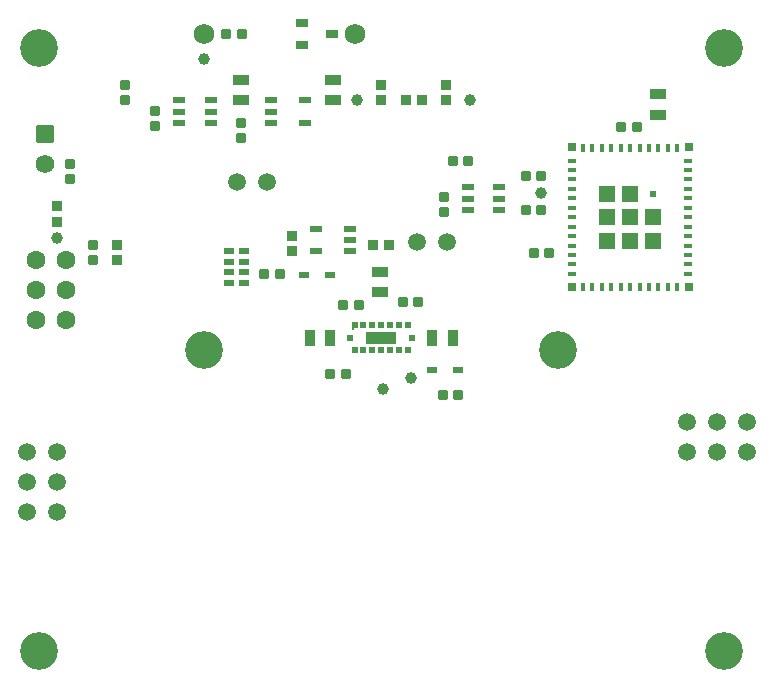
<source format=gbr>
%TF.GenerationSoftware,Altium Limited,Altium Designer,20.1.8 (145)*%
G04 Layer_Color=255*
%FSLAX45Y45*%
%MOMM*%
%TF.SameCoordinates,BC6BF5D2-64E0-48A2-8BE4-7255E7142536*%
%TF.FilePolarity,Positive*%
%TF.FileFunction,Pads,Top*%
%TF.Part,Single*%
G01*
G75*
%TA.AperFunction,SMDPad,CuDef*%
G04:AMPARAMS|DCode=10|XSize=0.848mm|YSize=0.848mm|CornerRadius=0.05088mm|HoleSize=0mm|Usage=FLASHONLY|Rotation=180.000|XOffset=0mm|YOffset=0mm|HoleType=Round|Shape=RoundedRectangle|*
%AMROUNDEDRECTD10*
21,1,0.84800,0.74624,0,0,180.0*
21,1,0.74624,0.84800,0,0,180.0*
1,1,0.10176,-0.37312,0.37312*
1,1,0.10176,0.37312,0.37312*
1,1,0.10176,0.37312,-0.37312*
1,1,0.10176,-0.37312,-0.37312*
%
%ADD10ROUNDEDRECTD10*%
G04:AMPARAMS|DCode=11|XSize=0.5mm|YSize=0.8mm|CornerRadius=0.0025mm|HoleSize=0mm|Usage=FLASHONLY|Rotation=90.000|XOffset=0mm|YOffset=0mm|HoleType=Round|Shape=RoundedRectangle|*
%AMROUNDEDRECTD11*
21,1,0.50000,0.79500,0,0,90.0*
21,1,0.49500,0.80000,0,0,90.0*
1,1,0.00500,0.39750,0.24750*
1,1,0.00500,0.39750,-0.24750*
1,1,0.00500,-0.39750,-0.24750*
1,1,0.00500,-0.39750,0.24750*
%
%ADD11ROUNDEDRECTD11*%
G04:AMPARAMS|DCode=12|XSize=0.848mm|YSize=0.848mm|CornerRadius=0.0424mm|HoleSize=0mm|Usage=FLASHONLY|Rotation=0.000|XOffset=0mm|YOffset=0mm|HoleType=Round|Shape=RoundedRectangle|*
%AMROUNDEDRECTD12*
21,1,0.84800,0.76320,0,0,0.0*
21,1,0.76320,0.84800,0,0,0.0*
1,1,0.08480,0.38160,-0.38160*
1,1,0.08480,-0.38160,-0.38160*
1,1,0.08480,-0.38160,0.38160*
1,1,0.08480,0.38160,0.38160*
%
%ADD12ROUNDEDRECTD12*%
G04:AMPARAMS|DCode=13|XSize=0.848mm|YSize=0.848mm|CornerRadius=0.0424mm|HoleSize=0mm|Usage=FLASHONLY|Rotation=270.000|XOffset=0mm|YOffset=0mm|HoleType=Round|Shape=RoundedRectangle|*
%AMROUNDEDRECTD13*
21,1,0.84800,0.76320,0,0,270.0*
21,1,0.76320,0.84800,0,0,270.0*
1,1,0.08480,-0.38160,-0.38160*
1,1,0.08480,-0.38160,0.38160*
1,1,0.08480,0.38160,0.38160*
1,1,0.08480,0.38160,-0.38160*
%
%ADD13ROUNDEDRECTD13*%
G04:AMPARAMS|DCode=14|XSize=0.5mm|YSize=1.05mm|CornerRadius=0.025mm|HoleSize=0mm|Usage=FLASHONLY|Rotation=270.000|XOffset=0mm|YOffset=0mm|HoleType=Round|Shape=RoundedRectangle|*
%AMROUNDEDRECTD14*
21,1,0.50000,1.00000,0,0,270.0*
21,1,0.45000,1.05000,0,0,270.0*
1,1,0.05000,-0.50000,-0.22500*
1,1,0.05000,-0.50000,0.22500*
1,1,0.05000,0.50000,0.22500*
1,1,0.05000,0.50000,-0.22500*
%
%ADD14ROUNDEDRECTD14*%
G04:AMPARAMS|DCode=15|XSize=0.48mm|YSize=0.78mm|CornerRadius=0.024mm|HoleSize=0mm|Usage=FLASHONLY|Rotation=90.000|XOffset=0mm|YOffset=0mm|HoleType=Round|Shape=RoundedRectangle|*
%AMROUNDEDRECTD15*
21,1,0.48000,0.73200,0,0,90.0*
21,1,0.43200,0.78000,0,0,90.0*
1,1,0.04800,0.36600,0.21600*
1,1,0.04800,0.36600,-0.21600*
1,1,0.04800,-0.36600,-0.21600*
1,1,0.04800,-0.36600,0.21600*
%
%ADD15ROUNDEDRECTD15*%
G04:AMPARAMS|DCode=16|XSize=0.6mm|YSize=1.1mm|CornerRadius=0.03mm|HoleSize=0mm|Usage=FLASHONLY|Rotation=90.000|XOffset=0mm|YOffset=0mm|HoleType=Round|Shape=RoundedRectangle|*
%AMROUNDEDRECTD16*
21,1,0.60000,1.04000,0,0,90.0*
21,1,0.54000,1.10000,0,0,90.0*
1,1,0.06000,0.52000,0.27000*
1,1,0.06000,0.52000,-0.27000*
1,1,0.06000,-0.52000,-0.27000*
1,1,0.06000,-0.52000,0.27000*
%
%ADD16ROUNDEDRECTD16*%
G04:AMPARAMS|DCode=17|XSize=0.848mm|YSize=0.848mm|CornerRadius=0.05088mm|HoleSize=0mm|Usage=FLASHONLY|Rotation=270.000|XOffset=0mm|YOffset=0mm|HoleType=Round|Shape=RoundedRectangle|*
%AMROUNDEDRECTD17*
21,1,0.84800,0.74624,0,0,270.0*
21,1,0.74624,0.84800,0,0,270.0*
1,1,0.10176,-0.37312,-0.37312*
1,1,0.10176,-0.37312,0.37312*
1,1,0.10176,0.37312,0.37312*
1,1,0.10176,0.37312,-0.37312*
%
%ADD17ROUNDEDRECTD17*%
%ADD18C,1.00000*%
%TA.AperFunction,ConnectorPad*%
%ADD19R,0.40000X0.80000*%
%ADD20R,0.80000X0.40000*%
%TA.AperFunction,BGAPad,CuDef*%
%ADD21R,1.45000X1.45000*%
%TA.AperFunction,SMDPad,CuDef*%
%ADD22R,0.60000X0.60000*%
%ADD23R,0.70000X0.70000*%
%TA.AperFunction,BGAPad,CuDef*%
%ADD24R,0.50000X0.50000*%
%TA.AperFunction,SMDPad,CuDef*%
%ADD25R,0.20000X0.15000*%
%ADD26R,2.50000X1.00000*%
G04:AMPARAMS|DCode=27|XSize=1.275mm|YSize=0.9mm|CornerRadius=0.045mm|HoleSize=0mm|Usage=FLASHONLY|Rotation=90.000|XOffset=0mm|YOffset=0mm|HoleType=Round|Shape=RoundedRectangle|*
%AMROUNDEDRECTD27*
21,1,1.27500,0.81000,0,0,90.0*
21,1,1.18500,0.90000,0,0,90.0*
1,1,0.09000,0.40500,0.59250*
1,1,0.09000,0.40500,-0.59250*
1,1,0.09000,-0.40500,-0.59250*
1,1,0.09000,-0.40500,0.59250*
%
%ADD27ROUNDEDRECTD27*%
G04:AMPARAMS|DCode=28|XSize=1.275mm|YSize=0.9mm|CornerRadius=0.045mm|HoleSize=0mm|Usage=FLASHONLY|Rotation=0.000|XOffset=0mm|YOffset=0mm|HoleType=Round|Shape=RoundedRectangle|*
%AMROUNDEDRECTD28*
21,1,1.27500,0.81000,0,0,0.0*
21,1,1.18500,0.90000,0,0,0.0*
1,1,0.09000,0.59250,-0.40500*
1,1,0.09000,-0.59250,-0.40500*
1,1,0.09000,-0.59250,0.40500*
1,1,0.09000,0.59250,0.40500*
%
%ADD28ROUNDEDRECTD28*%
%TA.AperFunction,ComponentPad*%
%ADD33C,3.20000*%
%ADD34C,1.75000*%
%ADD35C,1.50000*%
%ADD36C,1.60000*%
%ADD37C,1.58000*%
G04:AMPARAMS|DCode=38|XSize=1.58mm|YSize=1.58mm|CornerRadius=0.158mm|HoleSize=0mm|Usage=FLASHONLY|Rotation=0.000|XOffset=0mm|YOffset=0mm|HoleType=Round|Shape=RoundedRectangle|*
%AMROUNDEDRECTD38*
21,1,1.58000,1.26400,0,0,0.0*
21,1,1.26400,1.58000,0,0,0.0*
1,1,0.31600,0.63200,-0.63200*
1,1,0.31600,-0.63200,-0.63200*
1,1,0.31600,-0.63200,0.63200*
1,1,0.31600,0.63200,0.63200*
%
%ADD38ROUNDEDRECTD38*%
%TA.AperFunction,WasherPad*%
%ADD39C,3.20000*%
D10*
X813053Y3658025D02*
D03*
Y3788025D02*
D03*
X1077514Y5009237D02*
D03*
Y5139237D02*
D03*
X1336040Y4791480D02*
D03*
Y4921480D02*
D03*
X614402Y4473000D02*
D03*
Y4343000D02*
D03*
X2060184Y4819237D02*
D03*
Y4689237D02*
D03*
X3786015Y4195798D02*
D03*
Y4065798D02*
D03*
D11*
X3903080Y2730921D02*
D03*
X3683080D02*
D03*
X2598791Y3529063D02*
D03*
X2818791D02*
D03*
D12*
X2494212Y3864463D02*
D03*
Y3734463D02*
D03*
X3250370Y5139237D02*
D03*
Y5009237D02*
D03*
X1016000Y3658025D02*
D03*
X1016000Y3788025D02*
D03*
X3799036Y5009237D02*
D03*
Y5139237D02*
D03*
X508401Y4112721D02*
D03*
Y3982721D02*
D03*
D13*
X3315000Y3787293D02*
D03*
X3185000D02*
D03*
X3463539Y5009237D02*
D03*
X3593539D02*
D03*
D14*
X2694898Y3734463D02*
D03*
Y3924463D02*
D03*
X2984898D02*
D03*
Y3829463D02*
D03*
Y3734463D02*
D03*
X1540627Y5009237D02*
D03*
Y4914237D02*
D03*
Y4819237D02*
D03*
X1805627D02*
D03*
Y4914237D02*
D03*
X1805627Y5009237D02*
D03*
X2604740Y5009237D02*
D03*
X2604740Y4819237D02*
D03*
X2314740D02*
D03*
Y4914237D02*
D03*
X2314740Y5009237D02*
D03*
X3986719Y4273298D02*
D03*
Y4178297D02*
D03*
Y4083298D02*
D03*
X4251719D02*
D03*
Y4178297D02*
D03*
Y4273298D02*
D03*
D15*
X1965537Y3464463D02*
D03*
Y3554463D02*
D03*
Y3644463D02*
D03*
Y3734463D02*
D03*
X2085537D02*
D03*
Y3644463D02*
D03*
Y3554463D02*
D03*
Y3464463D02*
D03*
D16*
X2583573Y5475000D02*
D03*
Y5665000D02*
D03*
X2833574Y5570000D02*
D03*
D17*
X1939166D02*
D03*
X2069166D02*
D03*
X3856719Y4500600D02*
D03*
X3986719D02*
D03*
X4670242Y3717580D02*
D03*
X4540242D02*
D03*
X3903080Y2519405D02*
D03*
X3773080D02*
D03*
X2391526Y3541763D02*
D03*
X2261526D02*
D03*
X3059560Y3277900D02*
D03*
X2929560D02*
D03*
X3561180Y3303300D02*
D03*
X3431180D02*
D03*
X5282600Y4781447D02*
D03*
X5412600D02*
D03*
X2818791Y2695330D02*
D03*
X2948791D02*
D03*
X4605241Y4365678D02*
D03*
X4475242Y4365678D02*
D03*
Y4083298D02*
D03*
X4605242D02*
D03*
D18*
X3044736Y5009237D02*
D03*
X4605241Y4224488D02*
D03*
X3500000Y2658018D02*
D03*
X3268650Y2565330D02*
D03*
X3997940Y5009237D02*
D03*
X508401Y3842625D02*
D03*
X1750000Y5356860D02*
D03*
D19*
X5758000Y4610600D02*
D03*
X5678000D02*
D03*
X5598000D02*
D03*
X5518000D02*
D03*
X5438000D02*
D03*
X5358000D02*
D03*
X5278000D02*
D03*
X5198000D02*
D03*
X5118000D02*
D03*
X5038000D02*
D03*
X4958000D02*
D03*
Y3430600D02*
D03*
X5038000D02*
D03*
X5118000D02*
D03*
X5198000D02*
D03*
X5278000D02*
D03*
X5358000D02*
D03*
X5438000D02*
D03*
X5518000D02*
D03*
X5598000D02*
D03*
X5678000D02*
D03*
X5758000D02*
D03*
D20*
X4868000Y4500600D02*
D03*
Y4420600D02*
D03*
Y4340600D02*
D03*
Y4260600D02*
D03*
Y4180600D02*
D03*
Y4100600D02*
D03*
Y4020600D02*
D03*
Y3940600D02*
D03*
Y3860600D02*
D03*
Y3780600D02*
D03*
Y3620600D02*
D03*
Y3540600D02*
D03*
X5848000D02*
D03*
Y3620600D02*
D03*
Y3700600D02*
D03*
Y3780600D02*
D03*
Y3860600D02*
D03*
Y3940600D02*
D03*
Y4020600D02*
D03*
Y4100600D02*
D03*
Y4180600D02*
D03*
Y4260600D02*
D03*
Y4340600D02*
D03*
Y4420600D02*
D03*
Y4500600D02*
D03*
X4868000Y3700600D02*
D03*
D21*
X5358000Y4020600D02*
D03*
X5555500Y3823100D02*
D03*
Y4020600D02*
D03*
X5358000Y4218100D02*
D03*
X5160500D02*
D03*
Y4020600D02*
D03*
Y3823100D02*
D03*
X5358000D02*
D03*
D22*
X5555500Y4218100D02*
D03*
D23*
X5853000Y4615600D02*
D03*
X4863000D02*
D03*
Y3425600D02*
D03*
X5853000D02*
D03*
D24*
X3400000Y2895000D02*
D03*
X3100000D02*
D03*
X3025000D02*
D03*
Y3105000D02*
D03*
X3100000D02*
D03*
X3475000D02*
D03*
X3175000Y2895000D02*
D03*
Y3105000D02*
D03*
X3250000Y2895000D02*
D03*
Y3105000D02*
D03*
X3325000Y2895000D02*
D03*
Y3105000D02*
D03*
X3400000D02*
D03*
X3475000Y2895000D02*
D03*
X3515000Y3000000D02*
D03*
X2985000D02*
D03*
D25*
X3010000Y3075000D02*
D03*
D26*
X3250000Y3000000D02*
D03*
D27*
X2818791Y3000000D02*
D03*
X2643551D02*
D03*
X3683080Y3000000D02*
D03*
X3858320D02*
D03*
D28*
X5598000Y4884654D02*
D03*
Y5059894D02*
D03*
X2841629Y5009237D02*
D03*
X2841629Y5184477D02*
D03*
X2060184Y5009237D02*
D03*
X2060183Y5184477D02*
D03*
X3239840Y3384877D02*
D03*
Y3560117D02*
D03*
D33*
X4750000Y2900000D02*
D03*
X1747500Y2897500D02*
D03*
D34*
X3030000Y5570000D02*
D03*
X1750000D02*
D03*
D35*
X508000Y2032000D02*
D03*
X254000D02*
D03*
X2286000Y4318000D02*
D03*
X508000Y1524000D02*
D03*
X3810000Y3810000D02*
D03*
X6350000Y2032000D02*
D03*
X254000Y1778000D02*
D03*
Y1524000D02*
D03*
X5842000Y2032000D02*
D03*
Y2286000D02*
D03*
X3556000Y3810000D02*
D03*
X6096000Y2032000D02*
D03*
X508000Y1778000D02*
D03*
X6350000Y2286000D02*
D03*
X2032000Y4318000D02*
D03*
X6096000Y2286000D02*
D03*
D36*
X577801Y3658025D02*
D03*
Y3404025D02*
D03*
Y3150025D02*
D03*
X323801D02*
D03*
Y3404025D02*
D03*
Y3658025D02*
D03*
D37*
X400000Y4473000D02*
D03*
D38*
Y4727000D02*
D03*
D39*
X6150000Y350000D02*
D03*
Y5450000D02*
D03*
X350000Y350000D02*
D03*
Y5450000D02*
D03*
%TF.MD5,55c113bd47045e367d2aae51f9157cf1*%
M02*

</source>
